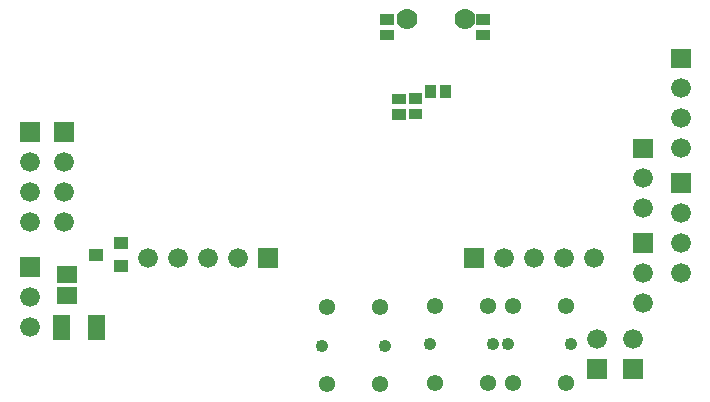
<source format=gbr>
G04 start of page 5 for group -4062 idx -4062 *
G04 Title: (unknown), soldermask *
G04 Creator: pcb 20091103 *
G04 CreationDate: Sat 26 Feb 2011 00:53:28 GMT UTC *
G04 For: thomas *
G04 Format: Gerber/RS-274X *
G04 PCB-Dimensions: 240157 142913 *
G04 PCB-Coordinate-Origin: lower left *
%MOIN*%
%FSLAX25Y25*%
%LNBACKMASK*%
%ADD11C,0.0200*%
%ADD40C,0.0700*%
%ADD41C,0.0660*%
%ADD42C,0.0425*%
%ADD43C,0.0544*%
%ADD44R,0.0355X0.0355*%
%ADD45R,0.0572X0.0572*%
%ADD51R,0.0400X0.0400*%
G54D40*X156000Y130913D03*
X136788D03*
G54D11*G36*
X224700Y121213D02*Y114613D01*
X231300D01*
Y121213D01*
X224700D01*
G37*
G54D41*X228000Y107913D03*
X50500Y51413D03*
G54D11*G36*
X19200Y96713D02*Y90113D01*
X25800D01*
Y96713D01*
X19200D01*
G37*
G54D41*X22500Y83413D03*
Y73413D03*
Y63413D03*
G54D11*G36*
X87200Y54713D02*Y48113D01*
X93800D01*
Y54713D01*
X87200D01*
G37*
G54D41*X80500Y51413D03*
X70500D03*
X60500D03*
G54D11*G36*
X7700Y51713D02*Y45113D01*
X14300D01*
Y51713D01*
X7700D01*
G37*
G36*
Y96713D02*Y90113D01*
X14300D01*
Y96713D01*
X7700D01*
G37*
G54D41*X11000Y83413D03*
Y73413D03*
Y63413D03*
Y38413D03*
Y28413D03*
G54D42*X170228Y22618D03*
X191488D03*
G54D43*X189716Y9823D03*
Y35413D03*
X172000Y9823D03*
Y35413D03*
G54D11*G36*
X196700Y17713D02*Y11113D01*
X203300D01*
Y17713D01*
X196700D01*
G37*
G54D41*X200000Y24413D03*
X215500Y46413D03*
Y36413D03*
X212000Y24413D03*
G54D11*G36*
X208700Y17713D02*Y11113D01*
X215300D01*
Y17713D01*
X208700D01*
G37*
G54D42*X165488Y22618D03*
G54D43*X163716Y9823D03*
Y35413D03*
G54D11*G36*
X155700Y54713D02*Y48113D01*
X162300D01*
Y54713D01*
X155700D01*
G37*
G54D41*X169000Y51413D03*
X179000D03*
X189000D03*
X199000D03*
G54D11*G36*
X212200Y91213D02*Y84613D01*
X218800D01*
Y91213D01*
X212200D01*
G37*
G54D41*X215500Y77913D03*
Y67913D03*
G54D11*G36*
X212200Y59713D02*Y53113D01*
X218800D01*
Y59713D01*
X212200D01*
G37*
G36*
X224700Y79713D02*Y73113D01*
X231300D01*
Y79713D01*
X224700D01*
G37*
G54D41*X228000Y97913D03*
Y87913D03*
Y66413D03*
Y56413D03*
Y46413D03*
G54D42*X144228Y22618D03*
G54D43*X146000Y9823D03*
Y35413D03*
X127716Y9323D03*
G54D42*X108228Y22118D03*
X129488D03*
G54D43*X127716Y34913D03*
X110000D03*
Y9323D03*
G54D45*X33314Y29381D02*Y27019D01*
X23000Y38913D02*X23786D01*
X21504Y29381D02*Y27019D01*
G54D51*X32800Y52513D02*X33400D01*
G54D45*X23000Y45999D02*X23786D01*
G54D51*X41000Y56413D02*X41600D01*
X41000Y48613D02*X41600D01*
G54D44*X139008Y99354D02*X139992D01*
X133484Y99295D02*X134468D01*
X139008Y104472D02*X139992D01*
X133484Y104413D02*X134468D01*
X129516Y130913D02*X130500D01*
X129516Y125795D02*X130500D01*
X144500Y107397D02*Y106413D01*
X149618Y107397D02*Y106413D01*
X161532Y130913D02*X162516D01*
X161532Y125795D02*X162516D01*
M02*

</source>
